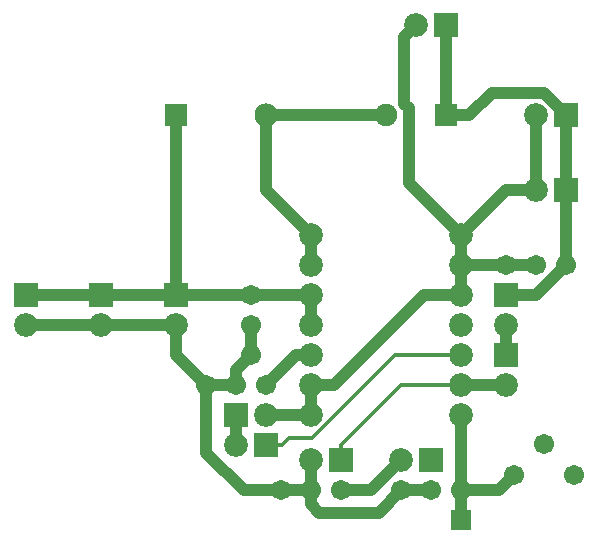
<source format=gbl>
G04 #@! TF.GenerationSoftware,KiCad,Pcbnew,(5.0.0)*
G04 #@! TF.CreationDate,2018-08-29T20:22:52+08:00*
G04 #@! TF.ProjectId,Boost Converter,426F6F737420436F6E7665727465722E,1.0*
G04 #@! TF.SameCoordinates,Original*
G04 #@! TF.FileFunction,Copper,L2,Bot,Signal*
G04 #@! TF.FilePolarity,Positive*
%FSLAX45Y45*%
G04 Gerber Fmt 4.5, Leading zero omitted, Abs format (unit mm)*
G04 Created by KiCad (PCBNEW (5.0.0)) date 08/29/18 20:22:52*
%MOMM*%
%LPD*%
G01*
G04 APERTURE LIST*
G04 #@! TA.AperFunction,ComponentPad*
%ADD10C,2.016000*%
G04 #@! TD*
G04 #@! TA.AperFunction,ComponentPad*
%ADD11R,2.016000X2.016000*%
G04 #@! TD*
G04 #@! TA.AperFunction,ComponentPad*
%ADD12C,1.716000*%
G04 #@! TD*
G04 #@! TA.AperFunction,ComponentPad*
%ADD13C,1.916000*%
G04 #@! TD*
G04 #@! TA.AperFunction,ComponentPad*
%ADD14R,1.916000X1.916000*%
G04 #@! TD*
G04 #@! TA.AperFunction,ComponentPad*
%ADD15C,1.962000*%
G04 #@! TD*
G04 #@! TA.AperFunction,ComponentPad*
%ADD16R,1.962000X1.962000*%
G04 #@! TD*
G04 #@! TA.AperFunction,ComponentPad*
%ADD17R,1.700000X1.700000*%
G04 #@! TD*
G04 #@! TA.AperFunction,Conductor*
%ADD18C,1.016000*%
G04 #@! TD*
G04 #@! TA.AperFunction,Conductor*
%ADD19C,0.304800*%
G04 #@! TD*
G04 APERTURE END LIST*
D10*
G04 #@! TO.P,C1,2*
G04 #@! TO.N,GND*
X5715000Y-9398000D03*
D11*
G04 #@! TO.P,C1,1*
G04 #@! TO.N,Net-(C1-Pad1)*
X5715000Y-9144000D03*
G04 #@! TD*
G04 #@! TO.P,C2,1*
G04 #@! TO.N,Net-(C1-Pad1)*
X6350000Y-9144000D03*
D10*
G04 #@! TO.P,C2,2*
G04 #@! TO.N,GND*
X6350000Y-9398000D03*
G04 #@! TD*
D12*
G04 #@! TO.P,C3,2*
G04 #@! TO.N,GND*
X6985000Y-9652000D03*
X6985000Y-9398000D03*
G04 #@! TO.P,C3,1*
G04 #@! TO.N,Net-(C1-Pad1)*
X6985000Y-9144000D03*
G04 #@! TD*
G04 #@! TO.P,C4,1*
G04 #@! TO.N,Net-(C4-Pad1)*
X7112000Y-9906000D03*
G04 #@! TO.P,C4,2*
G04 #@! TO.N,GND*
X6858000Y-9906000D03*
X6604000Y-9906000D03*
G04 #@! TD*
G04 #@! TO.P,C5,2*
G04 #@! TO.N,GND*
X7239000Y-10795000D03*
X7493000Y-10795000D03*
G04 #@! TO.P,C5,1*
G04 #@! TO.N,Net-(C5-Pad1)*
X7747000Y-10795000D03*
G04 #@! TD*
G04 #@! TO.P,C6,1*
G04 #@! TO.N,Net-(C6-Pad1)*
X8763000Y-10795000D03*
G04 #@! TO.P,C6,2*
G04 #@! TO.N,GND*
X8509000Y-10795000D03*
X8255000Y-10795000D03*
G04 #@! TD*
D10*
G04 #@! TO.P,C7,2*
G04 #@! TO.N,GND*
X9398000Y-7620000D03*
D11*
G04 #@! TO.P,C7,1*
G04 #@! TO.N,Net-(C7-Pad1)*
X9652000Y-7620000D03*
G04 #@! TD*
G04 #@! TO.P,C8,1*
G04 #@! TO.N,Net-(C7-Pad1)*
X9652000Y-8255000D03*
D10*
G04 #@! TO.P,C8,2*
G04 #@! TO.N,GND*
X9398000Y-8255000D03*
G04 #@! TD*
D12*
G04 #@! TO.P,C9,2*
G04 #@! TO.N,GND*
X9144000Y-8890000D03*
X9398000Y-8890000D03*
G04 #@! TO.P,C9,1*
G04 #@! TO.N,Net-(C7-Pad1)*
X9652000Y-8890000D03*
G04 #@! TD*
D13*
G04 #@! TO.P,D1,2*
G04 #@! TO.N,Net-(D1-Pad2)*
X8128000Y-7620000D03*
D14*
G04 #@! TO.P,D1,1*
G04 #@! TO.N,Net-(C7-Pad1)*
X8636000Y-7620000D03*
G04 #@! TD*
D10*
G04 #@! TO.P,J1,2*
G04 #@! TO.N,GND*
X5080000Y-9398000D03*
D11*
G04 #@! TO.P,J1,1*
G04 #@! TO.N,Net-(C1-Pad1)*
X5080000Y-9144000D03*
G04 #@! TD*
G04 #@! TO.P,J2,1*
G04 #@! TO.N,Net-(C7-Pad1)*
X8636000Y-6858000D03*
D10*
G04 #@! TO.P,J2,2*
G04 #@! TO.N,GND*
X8382000Y-6858000D03*
G04 #@! TD*
D11*
G04 #@! TO.P,J3,1*
G04 #@! TO.N,Net-(J3-Pad1)*
X8509000Y-10541000D03*
D10*
G04 #@! TO.P,J3,2*
G04 #@! TO.N,Net-(C5-Pad1)*
X8255000Y-10541000D03*
G04 #@! TD*
D15*
G04 #@! TO.P,L1,2*
G04 #@! TO.N,Net-(D1-Pad2)*
X7112000Y-7620000D03*
D16*
G04 #@! TO.P,L1,1*
G04 #@! TO.N,Net-(C1-Pad1)*
X6350000Y-7620000D03*
G04 #@! TD*
D11*
G04 #@! TO.P,R1,1*
G04 #@! TO.N,Net-(R1-Pad1)*
X7112000Y-10414000D03*
D10*
G04 #@! TO.P,R1,2*
G04 #@! TO.N,Net-(R1-Pad2)*
X6858000Y-10414000D03*
G04 #@! TD*
G04 #@! TO.P,R2,2*
G04 #@! TO.N,GND*
X7112000Y-10160000D03*
D11*
G04 #@! TO.P,R2,1*
G04 #@! TO.N,Net-(R1-Pad2)*
X6858000Y-10160000D03*
G04 #@! TD*
G04 #@! TO.P,R3,1*
G04 #@! TO.N,Net-(C7-Pad1)*
X9144000Y-9144000D03*
D10*
G04 #@! TO.P,R3,2*
G04 #@! TO.N,Net-(R3-Pad2)*
X9144000Y-9398000D03*
G04 #@! TD*
G04 #@! TO.P,R4,2*
G04 #@! TO.N,Net-(R4-Pad2)*
X9144000Y-9906000D03*
D11*
G04 #@! TO.P,R4,1*
G04 #@! TO.N,Net-(R3-Pad2)*
X9144000Y-9652000D03*
G04 #@! TD*
D10*
G04 #@! TO.P,R5,2*
G04 #@! TO.N,GND*
X7493000Y-10541000D03*
D11*
G04 #@! TO.P,R5,1*
G04 #@! TO.N,Net-(R4-Pad2)*
X7747000Y-10541000D03*
G04 #@! TD*
D17*
G04 #@! TO.P,TP1,1*
G04 #@! TO.N,Net-(C6-Pad1)*
X8763000Y-11049000D03*
G04 #@! TD*
D10*
G04 #@! TO.P,U1,14*
G04 #@! TO.N,GND*
X8763000Y-8636000D03*
G04 #@! TO.P,U1,13*
X8763000Y-8890000D03*
G04 #@! TO.P,U1,12*
X8763000Y-9144000D03*
G04 #@! TO.P,U1,11*
G04 #@! TO.N,Net-(U1-Pad11)*
X8763000Y-9398000D03*
G04 #@! TO.P,U1,10*
G04 #@! TO.N,Net-(R1-Pad1)*
X8763000Y-9652000D03*
G04 #@! TO.P,U1,9*
G04 #@! TO.N,Net-(R4-Pad2)*
X8763000Y-9906000D03*
G04 #@! TO.P,U1,8*
G04 #@! TO.N,Net-(C6-Pad1)*
X8763000Y-10160000D03*
G04 #@! TO.P,U1,7*
G04 #@! TO.N,GND*
X7493000Y-10160000D03*
G04 #@! TO.P,U1,6*
X7493000Y-9906000D03*
G04 #@! TO.P,U1,5*
G04 #@! TO.N,Net-(C4-Pad1)*
X7493000Y-9652000D03*
G04 #@! TO.P,U1,4*
G04 #@! TO.N,Net-(C1-Pad1)*
X7493000Y-9398000D03*
G04 #@! TO.P,U1,3*
X7493000Y-9144000D03*
G04 #@! TO.P,U1,2*
G04 #@! TO.N,Net-(D1-Pad2)*
X7493000Y-8890000D03*
G04 #@! TO.P,U1,1*
X7493000Y-8636000D03*
G04 #@! TD*
D12*
G04 #@! TO.P,VR1,3*
G04 #@! TO.N,Net-(VR1-Pad3)*
X9715500Y-10668000D03*
G04 #@! TO.P,VR1,2*
G04 #@! TO.N,Net-(J3-Pad1)*
X9461500Y-10401300D03*
G04 #@! TO.P,VR1,1*
G04 #@! TO.N,Net-(C6-Pad1)*
X9207500Y-10668000D03*
G04 #@! TD*
D18*
G04 #@! TO.N,Net-(C1-Pad1)*
X6350000Y-7620000D02*
X6350000Y-9144000D01*
X7493000Y-9144000D02*
X6985000Y-9144000D01*
X7493000Y-9398000D02*
X7493000Y-9144000D01*
X5080000Y-9144000D02*
X5715000Y-9144000D01*
X5715000Y-9144000D02*
X6350000Y-9144000D01*
X6350000Y-9144000D02*
X6985000Y-9144000D01*
G04 #@! TO.N,GND*
X5080000Y-9398000D02*
X5715000Y-9398000D01*
X5715000Y-9398000D02*
X6350000Y-9398000D01*
X6350000Y-9652000D02*
X6604000Y-9906000D01*
X6350000Y-9398000D02*
X6350000Y-9652000D01*
X6858000Y-9779000D02*
X6985000Y-9652000D01*
X6858000Y-9906000D02*
X6858000Y-9779000D01*
X6985000Y-9398000D02*
X6985000Y-9652000D01*
X6604000Y-9906000D02*
X6858000Y-9906000D01*
X7112000Y-10160000D02*
X7493000Y-10160000D01*
X7493000Y-10160000D02*
X7493000Y-9906000D01*
X7239000Y-10795000D02*
X7493000Y-10795000D01*
X7493000Y-10795000D02*
X7493000Y-10541000D01*
X9398000Y-7620000D02*
X9398000Y-8255000D01*
X9144000Y-8255000D02*
X8763000Y-8636000D01*
X9398000Y-8255000D02*
X9144000Y-8255000D01*
X8763000Y-9144000D02*
X8763000Y-8890000D01*
X8763000Y-8890000D02*
X8763000Y-8636000D01*
X9398000Y-8890000D02*
X9144000Y-8890000D01*
X8763000Y-8890000D02*
X9144000Y-8890000D01*
X8281200Y-7526632D02*
X8318500Y-7563932D01*
X8382000Y-6858000D02*
X8281200Y-6958800D01*
X8281200Y-6958800D02*
X8281200Y-7526632D01*
X8318500Y-8191500D02*
X8763000Y-8636000D01*
X8318500Y-7563932D02*
X8318500Y-8191500D01*
X7239000Y-10795000D02*
X6921500Y-10795000D01*
X6604000Y-10477500D02*
X6604000Y-9906000D01*
X6921500Y-10795000D02*
X6604000Y-10477500D01*
X8763000Y-9144000D02*
X8445500Y-9144000D01*
X8445500Y-9144000D02*
X7683500Y-9906000D01*
X7683500Y-9906000D02*
X7493000Y-9906000D01*
X8509000Y-10795000D02*
X8255000Y-10795000D01*
X7493000Y-10916340D02*
X7562160Y-10985500D01*
X7493000Y-10795000D02*
X7493000Y-10916340D01*
X8064500Y-10985500D02*
X8255000Y-10795000D01*
X7562160Y-10985500D02*
X8064500Y-10985500D01*
G04 #@! TO.N,Net-(C6-Pad1)*
X8763000Y-11049000D02*
X8763000Y-10795000D01*
X8763000Y-10795000D02*
X8763000Y-10160000D01*
X9207500Y-10668000D02*
X9080500Y-10795000D01*
X9080500Y-10795000D02*
X8763000Y-10795000D01*
G04 #@! TO.N,Net-(D1-Pad2)*
X8128000Y-7620000D02*
X7112000Y-7620000D01*
X7493000Y-8890000D02*
X7493000Y-8636000D01*
X7493000Y-8636000D02*
X7112000Y-8255000D01*
X7112000Y-8255000D02*
X7112000Y-7620000D01*
G04 #@! TO.N,Net-(R3-Pad2)*
X9144000Y-9398000D02*
X9144000Y-9652000D01*
G04 #@! TO.N,Net-(C5-Pad1)*
X8001000Y-10795000D02*
X7747000Y-10795000D01*
X8255000Y-10541000D02*
X8001000Y-10795000D01*
D19*
G04 #@! TO.N,Net-(R1-Pad1)*
X8202339Y-9652000D02*
X8763000Y-9652000D01*
X7499559Y-10354780D02*
X8202339Y-9652000D01*
X7302500Y-10354780D02*
X7499559Y-10354780D01*
X7112000Y-10414000D02*
X7243280Y-10414000D01*
X7243280Y-10414000D02*
X7302500Y-10354780D01*
D18*
G04 #@! TO.N,Net-(C4-Pad1)*
X7366000Y-9652000D02*
X7112000Y-9906000D01*
X7493000Y-9652000D02*
X7366000Y-9652000D01*
G04 #@! TO.N,Net-(C7-Pad1)*
X9398000Y-9144000D02*
X9652000Y-8890000D01*
X9144000Y-9144000D02*
X9398000Y-9144000D01*
X9652000Y-8890000D02*
X9652000Y-8255000D01*
X9652000Y-7620000D02*
X9652000Y-8255000D01*
X8636000Y-6858000D02*
X8636000Y-7620000D01*
X8833400Y-7620000D02*
X8636000Y-7620000D01*
X9023900Y-7429500D02*
X8833400Y-7620000D01*
X9461500Y-7429500D02*
X9023900Y-7429500D01*
X9652000Y-7620000D02*
X9461500Y-7429500D01*
G04 #@! TO.N,Net-(R1-Pad2)*
X6858000Y-10160000D02*
X6858000Y-10414000D01*
G04 #@! TO.N,Net-(R4-Pad2)*
X9144000Y-9906000D02*
X8763000Y-9906000D01*
D19*
X7747000Y-10409720D02*
X7747000Y-10541000D01*
X8250720Y-9906000D02*
X7747000Y-10409720D01*
X8763000Y-9906000D02*
X8250720Y-9906000D01*
G04 #@! TD*
M02*

</source>
